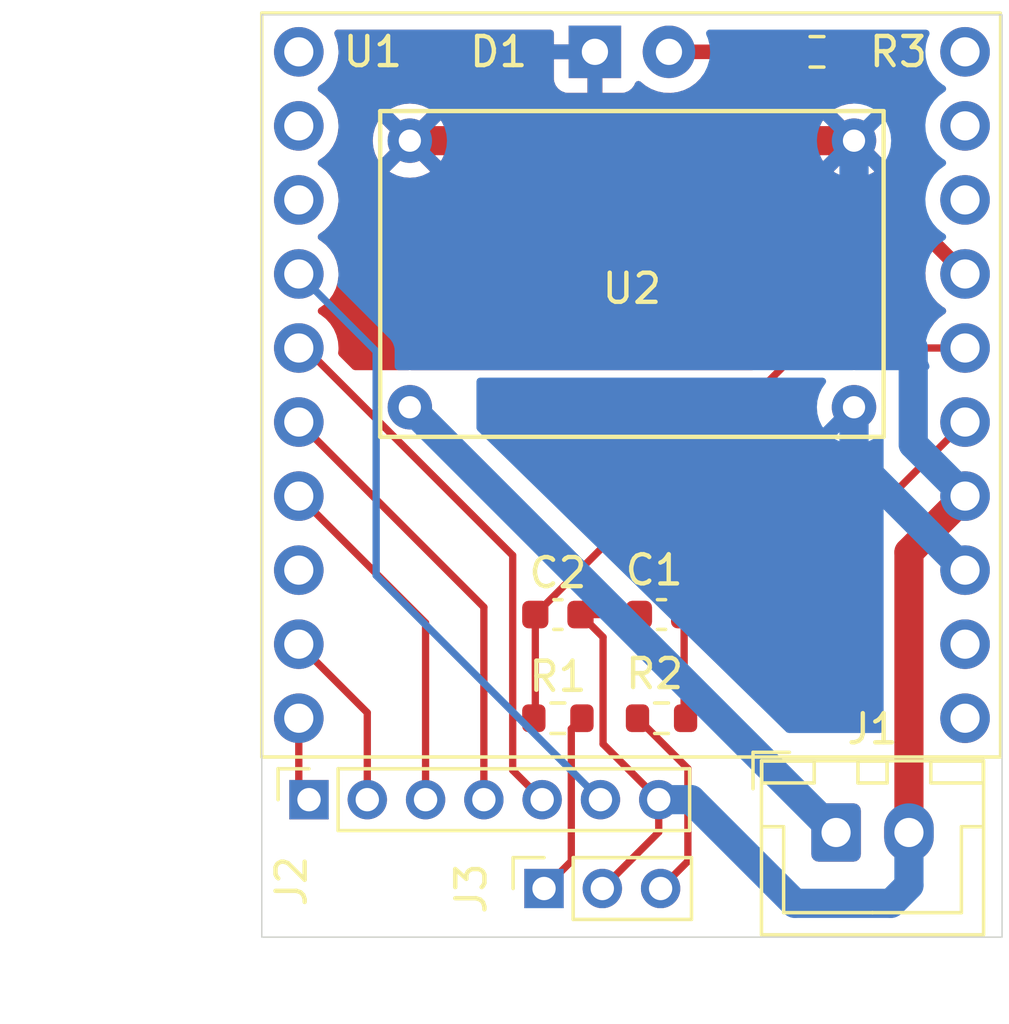
<source format=kicad_pcb>
(kicad_pcb (version 20211014) (generator pcbnew)
  (title_block (comment 4 "AISLER Project ID: VAPNDPAN"))
  (layers (0 "F.Cu" signal) (31 "B.Cu" signal) (34 "B.Paste" user) (35 "F.Paste" user) (36 "B.SilkS" user "B.Silkscreen") (37 "F.SilkS" user "F.Silkscreen") (38 "B.Mask" user) (39 "F.Mask" user) (44 "Edge.Cuts" user))
  (net 0 "")
  (net 1 "+12V")
  (net 2 "GND")
  (net 3 "Net-(D1-Pad2)")
  (net 4 "DOOR_SW")
  (net 5 "HANDLE_SW")
  (net 6 "PWM")
  (net 7 "IN1")
  (net 8 "ENC_A")
  (net 9 "ENC_B")
  (net 10 "IN2")
  (net 11 "LED")
  (net 14 "+5V")
  (net 19 "STBY")
  (net 20 "Net-(J3-Pad1)")
  (net 21 "Net-(J3-Pad3)")
  (footprint "Resistor_SMD:R_0603_1608Metric" (layer "F.Cu") (at 131.826 110.49 180)
    (fp_text reference "R2" (at 0.237258 1.524) (layer "F.SilkS"))
    (fp_text value "100")
    (fp_line (start -0.237258 -0.5225) (end 0.237258 -0.5225) (layer "F.SilkS") (width 0.12))
    (fp_line (start -0.237258 0.5225) (end 0.237258 0.5225) (layer "F.SilkS") (width 0.12))
    (pad "1" smd roundrect (at -0.825 0 180) (size 0.8 0.95) (layers "F.Cu" "F.Paste" "F.Mask") (net 5 "HANDLE_SW"))
    (pad "2" smd roundrect (at 0.825 0 180) (size 0.8 0.95) (layers "F.Cu" "F.Paste" "F.Mask") (net 21 "Net-(J3-Pad3)"))
  )
  (footprint "Connector_PinSocket_2.00mm:PinSocket_1x07_P2.00mm_Vertical" (layer "F.Cu") (at 119.73 113.284 90)
    (fp_text reference "J2" (at -2.794 -0.604 90) (layer "F.SilkS"))
    (fp_text value "Conn_01x07")
    (fp_line (start 1.06 1) (end 1.06 13.06) (layer "F.SilkS") (width 0.12))
    (fp_line (start -1.06 1) (end 1.06 1) (layer "F.SilkS") (width 0.12))
    (fp_line (start -1.06 1) (end -1.06 13.06) (layer "F.SilkS") (width 0.12))
    (fp_line (start 1.06 -1.06) (end 1.06 0) (layer "F.SilkS") (width 0.12))
    (fp_line (start 0 -1.06) (end 1.06 -1.06) (layer "F.SilkS") (width 0.12))
    (fp_line (start -1.06 13.06) (end 1.06 13.06) (layer "F.SilkS") (width 0.12))
    (pad "1" thru_hole rect (at 0 0 90) (size 1.35 1.35) (drill 0.8) (layers *.Cu *.Mask) (net 8 "ENC_A"))
    (pad "2" thru_hole oval (at 0 2 90) (size 1.35 1.35) (drill 0.8) (layers *.Cu *.Mask) (net 9 "ENC_B"))
    (pad "3" thru_hole oval (at 0 4 90) (size 1.35 1.35) (drill 0.8) (layers *.Cu *.Mask) (net 7 "IN1"))
    (pad "4" thru_hole oval (at 0 6 90) (size 1.35 1.35) (drill 0.8) (layers *.Cu *.Mask) (net 10 "IN2"))
    (pad "5" thru_hole oval (at 0 8 90) (size 1.35 1.35) (drill 0.8) (layers *.Cu *.Mask) (net 6 "PWM"))
    (pad "6" thru_hole oval (at 0 10 90) (size 1.35 1.35) (drill 0.8) (layers *.Cu *.Mask) (net 19 "STBY"))
    (pad "7" thru_hole oval (at 0 12 90) (size 1.35 1.35) (drill 0.8) (layers *.Cu *.Mask) (net 2 "GND"))
  )
  (footprint "LED_THT:LED_D5.0mm" (layer "F.Cu") (at 129.54 87.63)
    (fp_text reference "D1" (at -3.302 0) (layer "F.SilkS"))
    (fp_text value "LED")
    (pad "1" thru_hole rect (at 0 0) (size 1.8 1.8) (drill 0.9) (layers *.Cu *.Mask) (net 2 "GND"))
    (pad "2" thru_hole circle (at 2.54 0) (size 1.8 1.8) (drill 0.9) (layers *.Cu *.Mask) (net 3 "Net-(D1-Pad2)"))
  )
  (footprint "Capacitor_SMD:C_0603_1608Metric" (layer "F.Cu") (at 131.826 106.934 180)
    (fp_text reference "C1" (at 0.254 1.524) (layer "F.SilkS"))
    (fp_text value "100n")
    (fp_line (start -0.14058 0.51) (end 0.14058 0.51) (layer "F.SilkS") (width 0.12))
    (fp_line (start -0.14058 -0.51) (end 0.14058 -0.51) (layer "F.SilkS") (width 0.12))
    (pad "1" smd roundrect (at -0.775 0 180) (size 0.9 0.95) (layers "F.Cu" "F.Paste" "F.Mask") (net 5 "HANDLE_SW"))
    (pad "2" smd roundrect (at 0.775 0 180) (size 0.9 0.95) (layers "F.Cu" "F.Paste" "F.Mask") (net 2 "GND"))
  )
  (footprint "Connector_PinSocket_2.00mm:PinSocket_1x03_P2.00mm_Vertical" (layer "F.Cu") (at 127.794 116.332 90)
    (fp_text reference "J3" (at 0 -2.5 90) (layer "F.SilkS"))
    (fp_text value "Conn_01x03")
    (fp_line (start -1.06 1) (end -1.06 5.06) (layer "F.SilkS") (width 0.12))
    (fp_line (start 1.06 1) (end 1.06 5.06) (layer "F.SilkS") (width 0.12))
    (fp_line (start 1.06 -1.06) (end 1.06 0) (layer "F.SilkS") (width 0.12))
    (fp_line (start 0 -1.06) (end 1.06 -1.06) (layer "F.SilkS") (width 0.12))
    (fp_line (start -1.06 1) (end 1.06 1) (layer "F.SilkS") (width 0.12))
    (fp_line (start -1.06 5.06) (end 1.06 5.06) (layer "F.SilkS") (width 0.12))
    (pad "1" thru_hole rect (at 0 0 90) (size 1.35 1.35) (drill 0.8) (layers *.Cu *.Mask) (net 20 "Net-(J3-Pad1)"))
    (pad "2" thru_hole oval (at 0 2 90) (size 1.35 1.35) (drill 0.8) (layers *.Cu *.Mask) (net 2 "GND"))
    (pad "3" thru_hole oval (at 0 4 90) (size 1.35 1.35) (drill 0.8) (layers *.Cu *.Mask) (net 21 "Net-(J3-Pad3)"))
  )
  (footprint "hal9k:ESP32mini_shield_inner" (layer "F.Cu") (at 116.84 87.63)
    (fp_text reference "U1" (at 5.08 0) (layer "F.SilkS"))
    (fp_text value "ESP32mini_shield_inner")
    (fp_line (start 1.27 -1.33) (end 26.61 -1.33) (layer "F.SilkS") (width 0.12))
    (fp_line (start 1.27 -1.33) (end 1.27 24.19) (layer "F.SilkS") (width 0.12))
    (fp_line (start 1.27 24.19) (end 26.61 24.19) (layer "F.SilkS") (width 0.12))
    (fp_line (start 26.61 -1.33) (end 26.61 24.19) (layer "F.SilkS") (width 0.1))
    (pad "2" thru_hole oval (at 2.54 0) (size 1.7 1.7) (drill 1) (layers *.Cu *.Mask))
    (pad "4" thru_hole oval (at 2.54 2.54) (size 1.7 1.7) (drill 1) (layers *.Cu *.Mask))
    (pad "6" thru_hole oval (at 2.54 5.08) (size 1.7 1.7) (drill 1) (layers *.Cu *.Mask))
    (pad "8" thru_hole oval (at 2.54 7.62) (size 1.7 1.7) (drill 1) (layers *.Cu *.Mask) (net 19 "STBY"))
    (pad "10" thru_hole oval (at 2.54 10.16) (size 1.7 1.7) (drill 1) (layers *.Cu *.Mask) (net 6 "PWM"))
    (pad "12" thru_hole oval (at 2.54 12.7) (size 1.7 1.7) (drill 1) (layers *.Cu *.Mask) (net 10 "IN2"))
    (pad "14" thru_hole oval (at 2.54 15.24) (size 1.7 1.7) (drill 1) (layers *.Cu *.Mask) (net 7 "IN1"))
    (pad "16" thru_hole oval (at 2.54 17.78) (size 1.7 1.7) (drill 1) (layers *.Cu *.Mask))
    (pad "18" thru_hole oval (at 2.54 20.32) (size 1.7 1.7) (drill 1) (layers *.Cu *.Mask) (net 9 "ENC_B"))
    (pad "20" thru_hole oval (at 2.54 22.86) (size 1.7 1.7) (drill 1) (layers *.Cu *.Mask) (net 8 "ENC_A"))
    (pad "21" thru_hole oval (at 25.4 0) (size 1.7 1.7) (drill 1) (layers *.Cu *.Mask))
    (pad "23" thru_hole oval (at 25.4 2.54) (size 1.7 1.7) (drill 1) (layers *.Cu *.Mask))
    (pad "25" thru_hole oval (at 25.4 5.08) (size 1.7 1.7) (drill 1) (layers *.Cu *.Mask))
    (pad "27" thru_hole oval (at 25.4 7.62) (size 1.7 1.7) (drill 1) (layers *.Cu *.Mask) (net 11 "LED"))
    (pad "29" thru_hole oval (at 25.4 10.16) (size 1.7 1.7) (drill 1) (layers *.Cu *.Mask) (net 4 "DOOR_SW"))
    (pad "31" thru_hole oval (at 25.4 12.7) (size 1.7 1.7) (drill 1) (layers *.Cu *.Mask) (net 5 "HANDLE_SW"))
    (pad "33" thru_hole oval (at 25.4 15.24) (size 1.7 1.7) (drill 1) (layers *.Cu *.Mask) (net 2 "GND"))
    (pad "35" thru_hole oval (at 25.4 17.78) (size 1.7 1.7) (drill 1) (layers *.Cu *.Mask) (net 14 "+5V"))
    (pad "37" thru_hole oval (at 25.4 20.32) (size 1.7 1.7) (drill 1) (layers *.Cu *.Mask))
    (pad "39" thru_hole oval (at 25.4 22.86) (size 1.7 1.7) (drill 1) (layers *.Cu *.Mask))
  )
  (footprint "Resistor_SMD:R_0603_1608Metric" (layer "F.Cu") (at 128.27 110.49)
    (fp_text reference "R1" (at 0 -1.43) (layer "F.SilkS"))
    (fp_text value "100")
    (fp_line (start -0.237258 0.5225) (end 0.237258 0.5225) (layer "F.SilkS") (width 0.12))
    (fp_line (start -0.237258 -0.5225) (end 0.237258 -0.5225) (layer "F.SilkS") (width 0.12))
    (pad "1" smd roundrect (at -0.825 0) (size 0.8 0.95) (layers "F.Cu" "F.Paste" "F.Mask") (net 4 "DOOR_SW"))
    (pad "2" smd roundrect (at 0.825 0) (size 0.8 0.95) (layers "F.Cu" "F.Paste" "F.Mask") (net 20 "Net-(J3-Pad1)"))
  )
  (footprint "Connector_JST:JST_XH_B2B-XH-A_1x02_P2.50mm_Vertical" (layer "F.Cu") (at 137.815 114.41)
    (fp_text reference "J1" (at 1.25 -3.55) (layer "F.SilkS"))
    (fp_text value "Conn_01x02")
    (fp_line (start -2.85 -2.75) (end -2.85 -1.5) (layer "F.SilkS") (width 0.12))
    (fp_line (start -2.55 -0.2) (end -1.8 -0.2) (layer "F.SilkS") (width 0.12))
    (fp_line (start -2.55 -1.7) (end -0.75 -1.7) (layer "F.SilkS") (width 0.12))
    (fp_line (start -0.75 -1.7) (end -0.75 -2.45) (layer "F.SilkS") (width 0.12))
    (fp_line (start -2.55 -2.45) (end -2.55 -1.7) (layer "F.SilkS") (width 0.12))
    (fp_line (start -1.6 -2.75) (end -2.85 -2.75) (layer "F.SilkS") (width 0.12))
    (fp_line (start 0.75 -1.7) (end 1.75 -1.7) (layer "F.SilkS") (width 0.12))
    (fp_line (start 4.3 -0.2) (end 4.3 2.75) (layer "F.SilkS") (width 0.12))
    (fp_line (start 5.06 -2.46) (end -2.56 -2.46) (layer "F.SilkS") (width 0.12))
    (fp_line (start 4.3 2.75) (end 1.25 2.75) (layer "F.SilkS") (width 0.12))
    (fp_line (start 5.06 3.51) (end 5.06 -2.46) (layer "F.SilkS") (width 0.12))
    (fp_line (start 1.75 -1.7) (end 1.75 -2.45) (layer "F.SilkS") (width 0.12))
    (fp_line (start 5.05 -2.45) (end 3.25 -2.45) (layer "F.SilkS") (width 0.12))
    (fp_line (start 5.05 -1.7) (end 5.05 -2.45) (layer "F.SilkS") (width 0.12))
    (fp_line (start 1.75 -2.45) (end 0.75 -2.45) (layer "F.SilkS") (width 0.12))
    (fp_line (start -1.8 -0.2) (end -1.8 2.75) (layer "F.SilkS") (width 0.12))
    (fp_line (start -2.56 3.51) (end 5.06 3.51) (layer "F.SilkS") (width 0.12))
    (fp_line (start -1.8 2.75) (end 1.25 2.75) (layer "F.SilkS") (width 0.12))
    (fp_line (start 3.25 -1.7) (end 5.05 -1.7) (layer "F.SilkS") (width 0.12))
    (fp_line (start 5.05 -0.2) (end 4.3 -0.2) (layer "F.SilkS") (width 0.12))
    (fp_line (start -0.75 -2.45) (end -2.55 -2.45) (layer "F.SilkS") (width 0.12))
    (fp_line (start 0.75 -2.45) (end 0.75 -1.7) (layer "F.SilkS") (width 0.12))
    (fp_line (start 3.25 -2.45) (end 3.25 -1.7) (layer "F.SilkS") (width 0.12))
    (fp_line (start -2.56 -2.46) (end -2.56 3.51) (layer "F.SilkS") (width 0.12))
    (pad "1" thru_hole roundrect (at 0 0) (size 1.7 2) (drill 1) (layers *.Cu *.Mask) (roundrect_rratio 0.1470588235) (net 1 "+12V"))
    (pad "2" thru_hole oval (at 2.5 0) (size 1.7 2) (drill 1) (layers *.Cu *.Mask) (net 2 "GND"))
  )
  (footprint "Capacitor_SMD:C_0603_1608Metric" (layer "F.Cu") (at 128.27 106.934)
    (fp_text reference "C2" (at 0 -1.43) (layer "F.SilkS"))
    (fp_text value "100n")
    (fp_line (start -0.14058 -0.51) (end 0.14058 -0.51) (layer "F.SilkS") (width 0.12))
    (fp_line (start -0.14058 0.51) (end 0.14058 0.51) (layer "F.SilkS") (width 0.12))
    (pad "1" smd roundrect (at -0.775 0) (size 0.9 0.95) (layers "F.Cu" "F.Paste" "F.Mask") (net 4 "DOOR_SW"))
    (pad "2" smd roundrect (at 0.775 0) (size 0.9 0.95) (layers "F.Cu" "F.Paste" "F.Mask") (net 2 "GND"))
  )
  (footprint "Resistor_SMD:R_0603_1608Metric" (layer "F.Cu") (at 137.16 87.63)
    (fp_text reference "R3" (at 2.794 0) (layer "F.SilkS"))
    (fp_text value "220")
    (fp_line (start -0.237258 0.5225) (end 0.237258 0.5225) (layer "F.SilkS") (width 0.12))
    (fp_line (start -0.237258 -0.5225) (end 0.237258 -0.5225) (layer "F.SilkS") (width 0.12))
    (pad "1" smd roundrect (at -0.825 0) (size 0.8 0.95) (layers "F.Cu" "F.Paste" "F.Mask") (net 3 "Net-(D1-Pad2)"))
    (pad "2" smd roundrect (at 0.825 0) (size 0.8 0.95) (layers "F.Cu" "F.Paste" "F.Mask") (net 11 "LED"))
  )
  (footprint "hal9k:DSN-MINI-360" (layer "F.Cu") (at 130.81 95.25)
    (fp_text reference "U2" (at 0 0.5) (layer "F.SilkS"))
    (fp_text value "DSN-MINI-360")
    (fp_line (start 8.636 5.588) (end 8.636 4.572) (layer "F.SilkS") (width 0.15))
    (fp_line (start 8.636 -4.572) (end 8.636 4.572) (layer "F.SilkS") (width 0.15))
    (fp_line (start -8.636 -5.588) (end 8.636 -5.588) (layer "F.SilkS") (width 0.15))
    (fp_line (start -8.636 -5.588) (end -8.636 -4.572) (layer "F.SilkS") (width 0.15))
    (fp_line (start 8.636 5.588) (end -8.636 5.588) (layer "F.SilkS") (width 0.15))
    (fp_line (start -8.636 4.572) (end -8.636 5.588) (layer "F.SilkS") (width 0.15))
    (fp_line (start -8.636 4.572) (end -8.636 -4.572) (layer "F.SilkS") (width 0.15))
    (fp_line (start 8.636 -4.572) (end 8.636 -5.588) (layer "F.SilkS") (width 0.15))
    (pad "IN+" thru_hole circle locked (at -7.62 4.572) (size 1.524 1.524) (drill 0.762) (layers *.Cu *.Mask) (net 1 "+12V"))
    (pad "IN-" thru_hole circle locked (at -7.62 -4.572) (size 1.524 1.524) (drill 0.762) (layers *.Cu *.Mask) (net 2 "GND"))
    (pad "OUT+" thru_hole circle locked (at 7.62 4.572) (size 1.524 1.524) (drill 0.762) (layers *.Cu *.Mask) (net 14 "+5V"))
    (pad "OUT-" thru_hole circle locked (at 7.62 -4.572) (size 1.524 1.524) (drill 0.762) (layers *.Cu *.Mask) (net 2 "GND"))
  )
  (gr_rect (start 118.11 118) (end 143.51 86.36) (layer "Edge.Cuts") (width 0.05) (fill none))
  (segment (start 123.19 99.822) (end 137.778 114.41) (width 1) (layer "B.Cu") (net 1))
  (segment (start 137.778 114.41) (end 137.815 114.41) (width 1) (layer "B.Cu") (net 1))
  (segment (start 129.54 87.63) (end 129.54 90.678) (width 0.5) (layer "F.Cu") (net 2))
  (segment (start 140.315 104.795) (end 140.315 114.41) (width 1) (layer "F.Cu") (net 2))
  (segment (start 131.73 113.284) (end 131.73 114.396) (width 0.25) (layer "F.Cu") (net 2))
  (segment (start 131.73 114.396) (end 129.794 116.332) (width 0.25) (layer "F.Cu") (net 2))
  (segment (start 129.82 111.374) (end 129.82 107.709) (width 0.25) (layer "F.Cu") (net 2))
  (segment (start 123.19 90.678) (end 129.54 90.678) (width 1) (layer "F.Cu") (net 2))
  (segment (start 142.24 102.87) (end 140.315 104.795) (width 1) (layer "F.Cu") (net 2))
  (segment (start 129.54 90.678) (end 138.43 90.678) (width 1) (layer "F.Cu") (net 2))
  (segment (start 131.051 106.934) (end 129.045 106.934) (width 0.25) (layer "F.Cu") (net 2))
  (segment (start 131.73 113.284) (end 129.82 111.374) (width 0.25) (layer "F.Cu") (net 2))
  (segment (start 129.82 107.709) (end 129.045 106.934) (width 0.25) (layer "F.Cu") (net 2))
  (segment (start 140.462 101.092) (end 142.24 102.87) (width 1) (layer "B.Cu") (net 2))
  (segment (start 132.842 113.284) (end 136.398 116.84) (width 1) (layer "B.Cu") (net 2))
  (segment (start 136.398 116.84) (end 139.7 116.84) (width 1) (layer "B.Cu") (net 2))
  (segment (start 140.315 116.225) (end 140.315 114.41) (width 1) (layer "B.Cu") (net 2))
  (segment (start 139.7 116.84) (end 140.315 116.225) (width 1) (layer "B.Cu") (net 2))
  (segment (start 140.462 97.79) (end 140.462 101.092) (width 1) (layer "B.Cu") (net 2))
  (segment (start 138.43 90.678) (end 138.43 95.758) (width 1) (layer "B.Cu") (net 2))
  (segment (start 131.73 113.284) (end 132.842 113.284) (width 1) (layer "B.Cu") (net 2))
  (segment (start 138.43 95.758) (end 140.462 97.79) (width 1) (layer "B.Cu") (net 2))
  (segment (start 132.08 87.63) (end 136.335 87.63) (width 0.5) (layer "F.Cu") (net 3))
  (segment (start 127.495 110.44) (end 127.445 110.49) (width 0.25) (layer "F.Cu") (net 4))
  (segment (start 142.24 97.79) (end 136.639 97.79) (width 0.25) (layer "F.Cu") (net 4))
  (segment (start 136.639 97.79) (end 127.495 106.934) (width 0.25) (layer "F.Cu") (net 4))
  (segment (start 127.495 106.934) (end 127.495 110.44) (width 0.25) (layer "F.Cu") (net 4))
  (segment (start 132.601 110.44) (end 132.651 110.49) (width 0.25) (layer "F.Cu") (net 5))
  (segment (start 135.636 106.934) (end 132.601 106.934) (width 0.25) (layer "F.Cu") (net 5))
  (segment (start 132.601 106.934) (end 132.601 110.44) (width 0.25) (layer "F.Cu") (net 5))
  (segment (start 142.24 100.33) (end 135.636 106.934) (width 0.25) (layer "F.Cu") (net 5))
  (segment (start 126.72 104.906183) (end 126.72 112.274) (width 0.25) (layer "F.Cu") (net 6))
  (segment (start 119.38 97.79) (end 119.603817 97.79) (width 0.25) (layer "F.Cu") (net 6))
  (segment (start 119.603817 97.79) (end 126.72 104.906183) (width 0.25) (layer "F.Cu") (net 6))
  (segment (start 126.72 112.274) (end 127.73 113.284) (width 0.25) (layer "F.Cu") (net 6))
  (segment (start 119.38 102.87) (end 123.73 107.22) (width 0.25) (layer "F.Cu") (net 7))
  (segment (start 123.73 107.22) (end 123.73 113.284) (width 0.25) (layer "F.Cu") (net 7))
  (segment (start 119.38 112.934) (end 119.73 113.284) (width 0.25) (layer "F.Cu") (net 8))
  (segment (start 119.38 110.49) (end 119.38 112.934) (width 0.25) (layer "F.Cu") (net 8))
  (segment (start 121.73 113.284) (end 121.73 110.3) (width 0.25) (layer "F.Cu") (net 9))
  (segment (start 121.73 110.3) (end 119.38 107.95) (width 0.25) (layer "F.Cu") (net 9))
  (segment (start 119.38 100.33) (end 125.73 106.68) (width 0.25) (layer "F.Cu") (net 10))
  (segment (start 125.73 106.68) (end 125.73 113.284) (width 0.25) (layer "F.Cu") (net 10))
  (segment (start 140.462 90.107) (end 140.462 93.472) (width 0.5) (layer "F.Cu") (net 11))
  (segment (start 140.462 93.472) (end 142.24 95.25) (width 0.5) (layer "F.Cu") (net 11))
  (segment (start 137.985 87.63) (end 140.462 90.107) (width 0.5) (layer "F.Cu") (net 11))
  (segment (start 138.43 99.822) (end 138.43 101.6) (width 1) (layer "B.Cu") (net 14))
  (segment (start 138.43 101.6) (end 142.24 105.41) (width 1) (layer "B.Cu") (net 14))
  (segment (start 122.03442 97.90442) (end 122.03442 105.58842) (width 0.25) (layer "B.Cu") (net 19))
  (segment (start 119.38 95.25) (end 122.03442 97.90442) (width 0.25) (layer "B.Cu") (net 19))
  (segment (start 122.03442 105.58842) (end 129.73 113.284) (width 0.25) (layer "B.Cu") (net 19))
  (segment (start 128.73 115.396) (end 127.794 116.332) (width 0.25) (layer "F.Cu") (net 20))
  (segment (start 128.73 110.855) (end 128.73 115.396) (width 0.25) (layer "F.Cu") (net 20))
  (segment (start 129.095 110.49) (end 128.73 110.855) (width 0.25) (layer "F.Cu") (net 20))
  (segment (start 132.73 112.219) (end 132.73 115.396) (width 0.25) (layer "F.Cu") (net 21))
  (segment (start 132.73 115.396) (end 131.794 116.332) (width 0.25) (layer "F.Cu") (net 21))
  (segment (start 131.001 110.49) (end 132.73 112.219) (width 0.25) (layer "F.Cu") (net 21))
  (zone (net 2) (net_name "GND") (layers F&B.Cu) (connect_pads (clearance 0.508)) (min_thickness 0.254) (fill yes (thermal_gap 0.508) (thermal_bridge_width 0.508))
    (polygon (pts (xy 143.764 98.552) (xy 117.602 98.552) (xy 117.602 85.852) (xy 143.764 85.852)))
  )
  (zone (net 14) (net_name "+5V") (layer "B.Cu") (connect_pads (clearance 0.508)) (min_thickness 0.254) (fill yes (thermal_gap 0.508) (thermal_bridge_width 0.508))
    (polygon (pts (xy 139.446 110.998) (xy 136.144 110.998) (xy 125.476 100.584) (xy 125.476 98.806) (xy 139.446 98.806)))
  )
)
</source>
